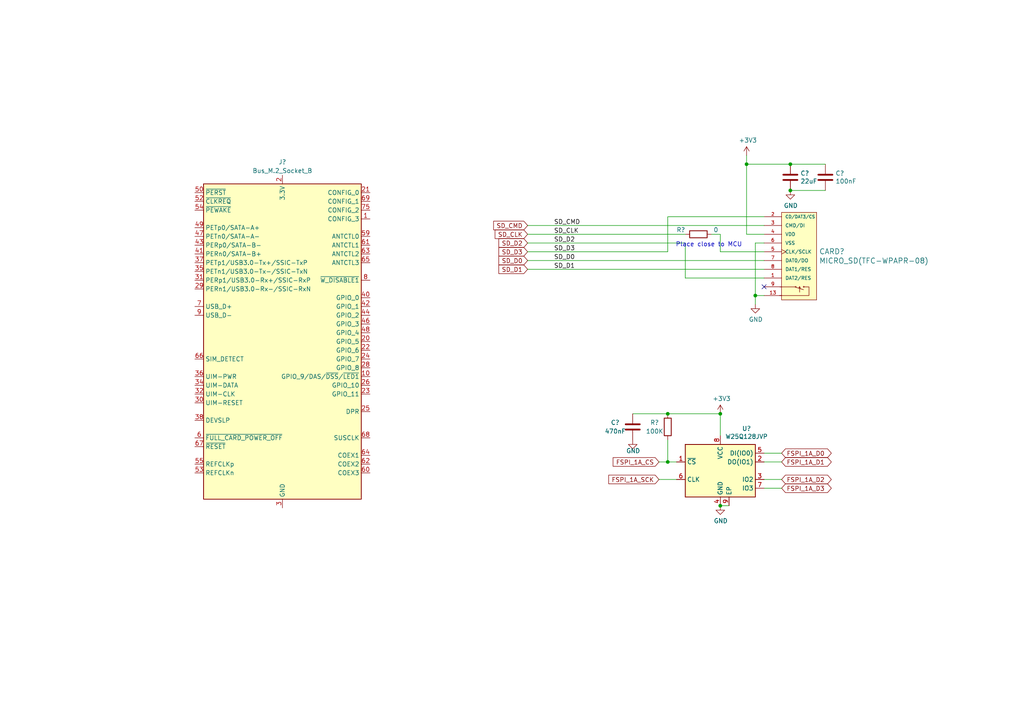
<source format=kicad_sch>
(kicad_sch (version 20210406) (generator eeschema)
  (paper "A4")
  (title_block (title "Archer") (date "2021-04-26") (rev "R0.1 draft") (company "Copyright EI-2030 2021.") (comment 2 "MERCHANTABILITY, SATISFACTORY QUALITY AND FITNESS FOR A PARTICULAR PURPOSE.") (comment 3 "source is distributed WITHOUT ANY EXPRESS OR IMPLIED WARRANTY, INCLUDING OF") (comment 4 "This source describes Open Hardware and is licensed under the CERN-OHL-S v2. This "))
  (lib_symbols
    (symbol "Connector:Bus_M.2_Socket_B"
      (property "Reference" "J" (at -22.86 46.99 0))
      (property "Value" "Bus_M.2_Socket_B" (at 16.51 46.99 0))
      (symbol "Bus_M.2_Socket_B_0_1"
        (rectangle (start -22.86 45.72) (end 22.86 -45.72) (stroke (width 0.254)) (fill (type background)))
      )
      (symbol "Bus_M.2_Socket_B_1_1"
        (pin input line (at 25.4 35.56 180) (length 2.54) (name "CONFIG_3") (number "1"))
        (pin bidirectional line (at 25.4 -10.16 180) (length 2.54) (name "GPIO_9/DAS/~DSS~/~LED1") (number "10"))
        (pin passive line (at 0 -48.26 90) (length 2.54) hide (name "GND") (number "11"))
        (pin power_in line (at 0 48.26 270) (length 2.54) (name "3.3V") (number "2"))
        (pin bidirectional line (at 25.4 0 180) (length 2.54) (name "GPIO_5") (number "20"))
        (pin input line (at 25.4 43.18 180) (length 2.54) (name "CONFIG_0") (number "21"))
        (pin bidirectional line (at 25.4 -2.54 180) (length 2.54) (name "GPIO_6") (number "22"))
        (pin bidirectional line (at 25.4 -15.24 180) (length 2.54) (name "GPIO_11") (number "23"))
        (pin bidirectional line (at 25.4 -5.08 180) (length 2.54) (name "GPIO_7") (number "24"))
        (pin output line (at 25.4 -20.32 180) (length 2.54) (name "DPR") (number "25"))
        (pin bidirectional line (at 25.4 -12.7 180) (length 2.54) (name "GPIO_10") (number "26"))
        (pin passive line (at 0 -48.26 90) (length 2.54) hide (name "GND") (number "27"))
        (pin bidirectional line (at 25.4 -7.62 180) (length 2.54) (name "GPIO_8") (number "28"))
        (pin input line (at -25.4 15.24 0) (length 2.54) (name "PERn1/USB3.0-Rx-/SSIC-RxN") (number "29"))
        (pin power_in line (at 0 -48.26 90) (length 2.54) (name "GND") (number "3"))
        (pin input line (at -25.4 -17.78 0) (length 2.54) (name "UIM-RESET") (number "30"))
        (pin input line (at -25.4 17.78 0) (length 2.54) (name "PERp1/USB3.0-Rx+/SSIC-RxP") (number "31"))
        (pin input line (at -25.4 -15.24 0) (length 2.54) (name "UIM-CLK") (number "32"))
        (pin passive line (at 0 -48.26 90) (length 2.54) hide (name "GND") (number "33"))
        (pin bidirectional line (at -25.4 -12.7 0) (length 2.54) (name "UIM-DATA") (number "34"))
        (pin output line (at -25.4 20.32 0) (length 2.54) (name "PETn1/USB3.0-Tx-/SSIC-TxN") (number "35"))
        (pin input line (at -25.4 -10.16 0) (length 2.54) (name "UIM-PWR") (number "36"))
        (pin output line (at -25.4 22.86 0) (length 2.54) (name "PETp1/USB3.0-Tx+/SSIC-TxP") (number "37"))
        (pin output line (at -25.4 -22.86 0) (length 2.54) (name "DEVSLP") (number "38"))
        (pin passive line (at 0 -48.26 90) (length 2.54) hide (name "GND") (number "39"))
        (pin passive line (at 0 48.26 270) (length 2.54) hide (name "3.3V") (number "4"))
        (pin bidirectional line (at 25.4 12.7 180) (length 2.54) (name "GPIO_0") (number "40"))
        (pin input line (at -25.4 25.4 0) (length 2.54) (name "PERn0/SATA-B+") (number "41"))
        (pin bidirectional line (at 25.4 10.16 180) (length 2.54) (name "GPIO_1") (number "42"))
        (pin input line (at -25.4 27.94 0) (length 2.54) (name "PERp0/SATA-B-") (number "43"))
        (pin bidirectional line (at 25.4 7.62 180) (length 2.54) (name "GPIO_2") (number "44"))
        (pin passive line (at 0 -48.26 90) (length 2.54) hide (name "GND") (number "45"))
        (pin bidirectional line (at 25.4 5.08 180) (length 2.54) (name "GPIO_3") (number "46"))
        (pin output line (at -25.4 30.48 0) (length 2.54) (name "PETn0/SATA-A-") (number "47"))
        (pin bidirectional line (at 25.4 2.54 180) (length 2.54) (name "GPIO_4") (number "48"))
        (pin output line (at -25.4 33.02 0) (length 2.54) (name "PETp0/SATA-A+") (number "49"))
        (pin passive line (at 0 -48.26 90) (length 2.54) hide (name "GND") (number "5"))
        (pin output line (at -25.4 43.18 0) (length 2.54) (name "~PERST") (number "50"))
        (pin passive line (at 0 -48.26 90) (length 2.54) hide (name "GND") (number "51"))
        (pin bidirectional line (at -25.4 40.64 0) (length 2.54) (name "~CLKREQ") (number "52"))
        (pin output line (at -25.4 -38.1 0) (length 2.54) (name "REFCLKn") (number "53"))
        (pin bidirectional line (at -25.4 38.1 0) (length 2.54) (name "~PEWAKE") (number "54"))
        (pin output line (at -25.4 -35.56 0) (length 2.54) (name "REFCLKp") (number "55"))
        (pin no_connect line (at 22.86 -43.18 180) (length 2.54) hide (name "NC") (number "56"))
        (pin passive line (at 0 -48.26 90) (length 2.54) hide (name "GND") (number "57"))
        (pin no_connect line (at 22.86 -40.64 180) (length 2.54) hide (name "NC") (number "58"))
        (pin input line (at 25.4 30.48 180) (length 2.54) (name "ANTCTL0") (number "59"))
        (pin output line (at -25.4 -27.94 0) (length 2.54) (name "~FULL_CARD_POWER_OFF") (number "6"))
        (pin bidirectional line (at 25.4 -38.1 180) (length 2.54) (name "COEX3") (number "60"))
        (pin input line (at 25.4 27.94 180) (length 2.54) (name "ANTCTL1") (number "61"))
        (pin bidirectional line (at 25.4 -35.56 180) (length 2.54) (name "COEX2") (number "62"))
        (pin input line (at 25.4 25.4 180) (length 2.54) (name "ANTCTL2") (number "63"))
        (pin bidirectional line (at 25.4 -33.02 180) (length 2.54) (name "COEX1") (number "64"))
        (pin input line (at 25.4 22.86 180) (length 2.54) (name "ANTCTL3") (number "65"))
        (pin output line (at -25.4 -5.08 0) (length 2.54) (name "SIM_DETECT") (number "66"))
        (pin output line (at -25.4 -30.48 0) (length 2.54) (name "~RESET") (number "67"))
        (pin output line (at 25.4 -27.94 180) (length 2.54) (name "SUSCLK") (number "68"))
        (pin input line (at 25.4 40.64 180) (length 2.54) (name "CONFIG_1") (number "69"))
        (pin bidirectional line (at -25.4 10.16 0) (length 2.54) (name "USB_D+") (number "7"))
        (pin passive line (at 0 48.26 270) (length 2.54) hide (name "3.3V") (number "70"))
        (pin passive line (at 0 -48.26 90) (length 2.54) hide (name "GND") (number "71"))
        (pin passive line (at 0 48.26 270) (length 2.54) hide (name "3.3V") (number "72"))
        (pin passive line (at 0 -48.26 90) (length 2.54) hide (name "GND") (number "73"))
        (pin passive line (at 0 48.26 270) (length 2.54) hide (name "3.3V") (number "74"))
        (pin input line (at 25.4 38.1 180) (length 2.54) (name "CONFIG_2") (number "75"))
        (pin output line (at 25.4 17.78 180) (length 2.54) (name "~W_DISABLE1") (number "8"))
        (pin bidirectional line (at -25.4 7.62 0) (length 2.54) (name "USB_D-") (number "9"))
      )
    )
    (symbol "Device:C" (pin_numbers hide) (pin_names (offset 0.254))
      (property "Reference" "C" (at 0.635 2.54 0))
      (property "Value" "C" (at 0.635 -2.54 0))
      (symbol "C_0_1"
        (polyline (pts (xy -2.032 -0.762) (xy 2.032 -0.762)) (stroke (width 0.508)))
        (polyline (pts (xy -2.032 0.762) (xy 2.032 0.762)) (stroke (width 0.508)))
      )
      (symbol "C_1_1"
        (pin passive line (at 0 3.81 270) (length 2.794) (name "~") (number "1"))
        (pin passive line (at 0 -3.81 90) (length 2.794) (name "~") (number "2"))
      )
    )
    (symbol "Device:R" (pin_numbers hide) (pin_names (offset 0))
      (property "Reference" "R" (at 2.032 0 90))
      (property "Value" "R" (at 0 0 90))
      (symbol "R_0_1"
        (rectangle (start -1.016 -2.54) (end 1.016 2.54) (stroke (width 0.254)))
      )
      (symbol "R_1_1"
        (pin passive line (at 0 3.81 270) (length 1.27) (name "~") (number "1"))
        (pin passive line (at 0 -3.81 90) (length 1.27) (name "~") (number "2"))
      )
    )
    (symbol "Memory_Flash:W25Q32JVZP"
      (property "Reference" "U" (at -8.89 8.89 0))
      (property "Value" "W25Q32JVZP" (at 7.62 8.89 0))
      (symbol "W25Q32JVZP_0_1"
        (rectangle (start -10.16 7.62) (end 10.16 -7.62) (stroke (width 0.254)) (fill (type background)))
      )
      (symbol "W25Q32JVZP_1_1"
        (pin input line (at -12.7 2.54 0) (length 2.54) (name "~CS") (number "1"))
        (pin bidirectional line (at 12.7 2.54 180) (length 2.54) (name "DO(IO1)") (number "2"))
        (pin bidirectional line (at 12.7 -2.54 180) (length 2.54) (name "IO2") (number "3"))
        (pin power_in line (at 0 -10.16 90) (length 2.54) (name "GND") (number "4"))
        (pin bidirectional line (at 12.7 5.08 180) (length 2.54) (name "DI(IO0)") (number "5"))
        (pin input line (at -12.7 -2.54 0) (length 2.54) (name "CLK") (number "6"))
        (pin bidirectional line (at 12.7 -5.08 180) (length 2.54) (name "IO3") (number "7"))
        (pin power_in line (at 0 10.16 270) (length 2.54) (name "VCC") (number "8"))
        (pin passive line (at 2.54 -10.16 90) (length 2.54) (name "EP") (number "9"))
      )
    )
    (symbol "power:+3V3" (power) (pin_names (offset 0))
      (property "Value" "+3V3" (at 0 3.556 0))
      (symbol "+3V3_0_1"
        (polyline (pts (xy -0.762 1.27) (xy 0 2.54)))
        (polyline (pts (xy 0 0) (xy 0 2.54)))
        (polyline (pts (xy 0 2.54) (xy 0.762 1.27)))
      )
      (symbol "+3V3_1_1"
        (pin power_in line (at 0 0 90) (length 0) hide (name "+3V3") (number "1"))
      )
    )
    (symbol "power:GND" (power) (pin_names (offset 0))
      (property "Value" "GND" (at 0 -3.81 0))
      (symbol "GND_0_1"
        (polyline (pts (xy 0 0) (xy 0 -1.27) (xy 1.27 -1.27) (xy 0 -2.54) (xy -1.27 -1.27) (xy 0 -1.27)))
      )
      (symbol "GND_1_1"
        (pin power_in line (at 0 0 270) (length 0) hide (name "GND") (number "1"))
      )
    )
    (symbol "symbols:MICRO_SD(TFC-WPAPR-08)" (pin_names (offset 1.016))
      (property "Reference" "MICRO_SD" (at 2.54 15.24 0))
      (property "Value" "MICRO_SD(TFC-WPAPR-08)" (at 0 -12.7 0))
      (symbol "MICRO_SD(TFC-WPAPR-08)_0_0"
        (rectangle (start -2.54 13.97) (end 7.62 -11.43) (fill (type background)))
        (polyline (pts (xy 2.6416 -7.5946) (xy 2.4638 -7.8994)))
        (polyline (pts (xy 2.6924 -7.6962) (xy 2.6924 -9.1694)))
        (polyline (pts (xy 2.667 -7.5438) (xy 2.921 -7.9756) (xy 2.8956 -7.9756)))
      )
      (symbol "MICRO_SD(TFC-WPAPR-08)_0_1"
        (circle (center 1.5494 -7.6454) (radius 0.1524))
        (circle (center 3.8862 -7.62) (radius 0.1524))
        (polyline (pts (xy -3.048 -7.6454) (xy 1.2954 -7.6454)))
        (polyline (pts (xy 1.7018 -7.7978) (xy 3.81 -8.4582)))
        (polyline (pts (xy -3.1496 -10.16) (xy 5.4102 -10.16) (xy 5.4102 -7.6454) (xy 4.1402 -7.6454)))
      )
      (symbol "MICRO_SD(TFC-WPAPR-08)_1_1"
        (pin bidirectional line (at -7.62 -5.08 0) (length 5.08) (name "DAT2/RES") (number "1"))
        (pin passive line (at -7.62 -10.16 0) (length 5.08) hide (name "~") (number "10"))
        (pin passive line (at -7.62 -10.16 0) (length 5.08) hide (name "~") (number "11"))
        (pin passive line (at -7.62 -10.16 0) (length 5.08) hide (name "~") (number "12"))
        (pin passive line (at -7.62 -10.16 0) (length 5.08) (name "~") (number "13"))
        (pin bidirectional line (at -7.62 12.7 0) (length 5.08) (name "CD/DAT3/CS") (number "2"))
        (pin input line (at -7.62 10.16 0) (length 5.08) (name "CMD/DI") (number "3"))
        (pin power_in line (at -7.62 7.62 0) (length 5.08) (name "VDD") (number "4"))
        (pin input clock (at -7.62 2.54 0) (length 5.08) (name "CLK/SCLK") (number "5"))
        (pin power_in line (at -7.62 5.08 0) (length 5.08) (name "VSS") (number "6"))
        (pin bidirectional line (at -7.62 0 0) (length 5.08) (name "DAT0/DO") (number "7"))
        (pin bidirectional line (at -7.62 -2.54 0) (length 5.08) (name "DAT1/RES") (number "8"))
        (pin passive line (at -7.62 -7.62 0) (length 5.08) (name "~") (number "9"))
      )
    )
  )
  (junction (at 193.675 120.015) (diameter 0.9144))
  (junction (at 193.675 133.985) (diameter 0.9144))
  (junction (at 208.915 120.015) (diameter 0.9144))
  (junction (at 208.915 146.685) (diameter 0.9144))
  (junction (at 216.535 47.625) (diameter 0.9144))
  (junction (at 219.075 85.725) (diameter 0.9144))
  (junction (at 229.235 47.625) (diameter 0.9144))
  (junction (at 229.235 55.245) (diameter 0.9144))
  (no_connect (at 221.615 83.185))
  (wire (pts (xy 153.035 65.405) (xy 221.615 65.405)))
  (wire (pts (xy 153.035 67.945) (xy 198.755 67.945)))
  (wire (pts (xy 153.035 70.485) (xy 198.755 70.485)))
  (wire (pts (xy 153.035 73.025) (xy 193.675 73.025)))
  (wire (pts (xy 153.035 75.565) (xy 221.615 75.565)))
  (wire (pts (xy 153.035 78.105) (xy 221.615 78.105)))
  (wire (pts (xy 183.515 120.015) (xy 193.675 120.015)))
  (wire (pts (xy 191.135 133.985) (xy 193.675 133.985)))
  (wire (pts (xy 191.135 139.065) (xy 196.215 139.065)))
  (wire (pts (xy 193.675 62.865) (xy 221.615 62.865)))
  (wire (pts (xy 193.675 73.025) (xy 193.675 62.865)))
  (wire (pts (xy 193.675 120.015) (xy 208.915 120.015)))
  (wire (pts (xy 193.675 127.635) (xy 193.675 133.985)))
  (wire (pts (xy 193.675 133.985) (xy 196.215 133.985)))
  (wire (pts (xy 198.755 70.485) (xy 198.755 80.645)))
  (wire (pts (xy 198.755 80.645) (xy 221.615 80.645)))
  (wire (pts (xy 206.375 67.945) (xy 208.915 67.945)))
  (wire (pts (xy 208.915 67.945) (xy 208.915 73.025)))
  (wire (pts (xy 208.915 73.025) (xy 221.615 73.025)))
  (wire (pts (xy 208.915 126.365) (xy 208.915 120.015)))
  (wire (pts (xy 211.455 146.685) (xy 208.915 146.685)))
  (wire (pts (xy 216.535 45.085) (xy 216.535 47.625)))
  (wire (pts (xy 216.535 47.625) (xy 229.235 47.625)))
  (wire (pts (xy 216.535 67.945) (xy 216.535 47.625)))
  (wire (pts (xy 216.535 67.945) (xy 221.615 67.945)))
  (wire (pts (xy 219.075 70.485) (xy 219.075 85.725)))
  (wire (pts (xy 219.075 85.725) (xy 219.075 88.265)))
  (wire (pts (xy 221.615 70.485) (xy 219.075 70.485)))
  (wire (pts (xy 221.615 85.725) (xy 219.075 85.725)))
  (wire (pts (xy 221.615 131.445) (xy 226.695 131.445)))
  (wire (pts (xy 221.615 133.985) (xy 226.695 133.985)))
  (wire (pts (xy 221.615 139.065) (xy 226.695 139.065)))
  (wire (pts (xy 221.615 141.605) (xy 226.695 141.605)))
  (wire (pts (xy 239.395 47.625) (xy 229.235 47.625)))
  (wire (pts (xy 239.395 55.245) (xy 229.235 55.245)))
  (text "Place close to MCU" (at 215.265 71.755 180) (effects (font (size 1.27 1.27)) (justify right bottom)))
  (label "SD_CMD" (at 160.655 65.405 0))
  (label "SD_CLK" (at 160.655 67.945 0))
  (label "SD_D2" (at 160.655 70.485 0))
  (label "SD_D3" (at 160.655 73.025 0))
  (label "SD_D0" (at 160.655 75.565 0))
  (label "SD_D1" (at 160.655 78.105 0))
  (global_label "SD_CMD" (shape input) (at 153.035 65.405 180) (property "Intersheet References" "${INTERSHEET_REFS}" (effects hide)))
  (global_label "SD_CLK" (shape input) (at 153.035 67.945 180) (property "Intersheet References" "${INTERSHEET_REFS}" (effects hide)))
  (global_label "SD_D2" (shape input) (at 153.035 70.485 180) (property "Intersheet References" "${INTERSHEET_REFS}" (effects hide)))
  (global_label "SD_D3" (shape input) (at 153.035 73.025 180) (property "Intersheet References" "${INTERSHEET_REFS}" (effects hide)))
  (global_label "SD_D0" (shape input) (at 153.035 75.565 180) (property "Intersheet References" "${INTERSHEET_REFS}" (effects hide)))
  (global_label "SD_D1" (shape input) (at 153.035 78.105 180) (property "Intersheet References" "${INTERSHEET_REFS}" (effects hide)))
  (global_label "FSPI_1A_CS" (shape input) (at 191.135 133.985 180) (property "Intersheet References" "${INTERSHEET_REFS}" (effects hide)))
  (global_label "FSPI_1A_SCK" (shape input) (at 191.135 139.065 180) (property "Intersheet References" "${INTERSHEET_REFS}" (effects hide)))
  (global_label "FSPI_1A_D0" (shape bidirectional) (at 226.695 131.445 0) (property "Intersheet References" "${INTERSHEET_REFS}" (effects hide)))
  (global_label "FSPI_1A_D1" (shape bidirectional) (at 226.695 133.985 0) (property "Intersheet References" "${INTERSHEET_REFS}" (effects hide)))
  (global_label "FSPI_1A_D2" (shape bidirectional) (at 226.695 139.065 0) (property "Intersheet References" "${INTERSHEET_REFS}" (effects hide)))
  (global_label "FSPI_1A_D3" (shape bidirectional) (at 226.695 141.605 0) (property "Intersheet References" "${INTERSHEET_REFS}" (effects hide)))
  (symbol (lib_id "power:+3V3") (at 208.915 120.015 0) (unit 1)
    (property "Reference" "#PWR?" (effects hide))
    (property "Value" "+3V3" (at 209.296 115.6208 0))
  )
  (symbol (lib_id "power:+3V3") (at 216.535 45.085 0) (unit 1)
    (property "Reference" "#PWR?" (effects hide))
    (property "Value" "+3V3" (at 216.916 40.6908 0))
  )
  (symbol (lib_id "power:GND") (at 183.515 127.635 0) (unit 1)
    (property "Reference" "#PWR?" (effects hide))
    (property "Value" "GND" (at 183.642 130.7592 0))
  )
  (symbol (lib_id "power:GND") (at 208.915 146.685 0) (unit 1)
    (property "Reference" "#PWR?" (effects hide))
    (property "Value" "GND" (at 209.042 151.0792 0))
  )
  (symbol (lib_id "power:GND") (at 219.075 88.265 0) (unit 1)
    (property "Reference" "#PWR?" (effects hide))
    (property "Value" "GND" (at 219.202 92.6592 0))
  )
  (symbol (lib_id "power:GND") (at 229.235 55.245 0) (unit 1)
    (property "Reference" "#PWR?" (effects hide))
    (property "Value" "GND" (at 229.362 59.6392 0))
  )
  (symbol (lib_id "Device:R") (at 193.675 123.825 0) (unit 1)
    (property "Reference" "R?" (at 189.865 122.555 0))
    (property "Value" "100K" (at 189.865 125.095 0))
    (property "Footprint" "Capacitor_SMD:C_0402_1005Metric" (effects hide))
  )
  (symbol (lib_id "Device:R") (at 202.565 67.945 270) (unit 1)
    (property "Reference" "R?" (at 197.485 66.675 90))
    (property "Value" "0" (at 207.645 66.675 90))
    (property "Footprint" "Resistor_SMD:R_0402_1005Metric" (effects hide))
  )
  (symbol (lib_id "Device:C") (at 183.515 123.825 180) (unit 1)
    (property "Reference" "C?" (at 178.435 122.555 0))
    (property "Value" "470nF" (at 178.435 125.095 0))
    (property "Footprint" "Capacitor_SMD:C_0201_0603Metric" (effects hide))
  )
  (symbol (lib_id "Device:C") (at 229.235 51.435 0) (unit 1)
    (property "Reference" "C?" (at 232.156 50.267 0) (effects (justify left)))
    (property "Value" "22uF" (at 232.156 52.578 0) (effects (justify left)))
    (property "Footprint" "Capacitor_SMD:C_0603_1608Metric" (effects hide))
  )
  (symbol (lib_id "Device:C") (at 239.395 51.435 0) (unit 1)
    (property "Reference" "C?" (at 242.316 50.267 0) (effects (justify left)))
    (property "Value" "100nF" (at 242.316 52.578 0) (effects (justify left)))
    (property "Footprint" "Capacitor_SMD:C_0201_0603Metric" (effects hide))
  )
  (symbol (lib_id "symbols:MICRO_SD(TFC-WPAPR-08)") (at 229.235 75.565 0) (unit 1)
    (property "Reference" "CARD?" (at 237.566 72.949 0) (effects (font (size 1.524 1.524)) (justify left)))
    (property "Value" "MICRO_SD(TFC-WPAPR-08)" (at 237.5662 75.6412 0) (effects (font (size 1.524 1.524)) (justify left)))
    (property "Footprint" "footprint:TFC-WPAPR-08" (effects hide))
  )
  (symbol (lib_id "Memory_Flash:W25Q32JVZP") (at 208.915 136.525 0) (unit 1)
    (property "Reference" "U?" (at 216.535 124.308 0))
    (property "Value" "W25Q128JVP" (at 216.535 126.619 0))
    (property "Footprint" "Package_SON:WSON-8-1EP_6x5mm_P1.27mm_EP3.4x4.3mm" (effects hide))
    (property "Datasheet" "http://www.winbond.com/resource-files/w25q32jv%20revg%2003272018%20plus.pdf" (effects hide))
  )
  (symbol (lib_id "Connector:Bus_M.2_Socket_B") (at 81.915 99.06 0) (unit 1)
    (property "Reference" "J?" (at 81.915 46.99 0))
    (property "Value" "Bus_M.2_Socket_B" (at 81.915 49.53 0))
    (property "Footprint" "footprints:M2_BKEY" (effects hide))
    (property "Datasheet" "http://read.pudn.com/downloads794/doc/project/3133918/PCIe_M.2_Electromechanical_Spec_Rev1.0_Final_11012013_RS_Clean.pdf#page=154" (effects hide))
  )
)
</source>
